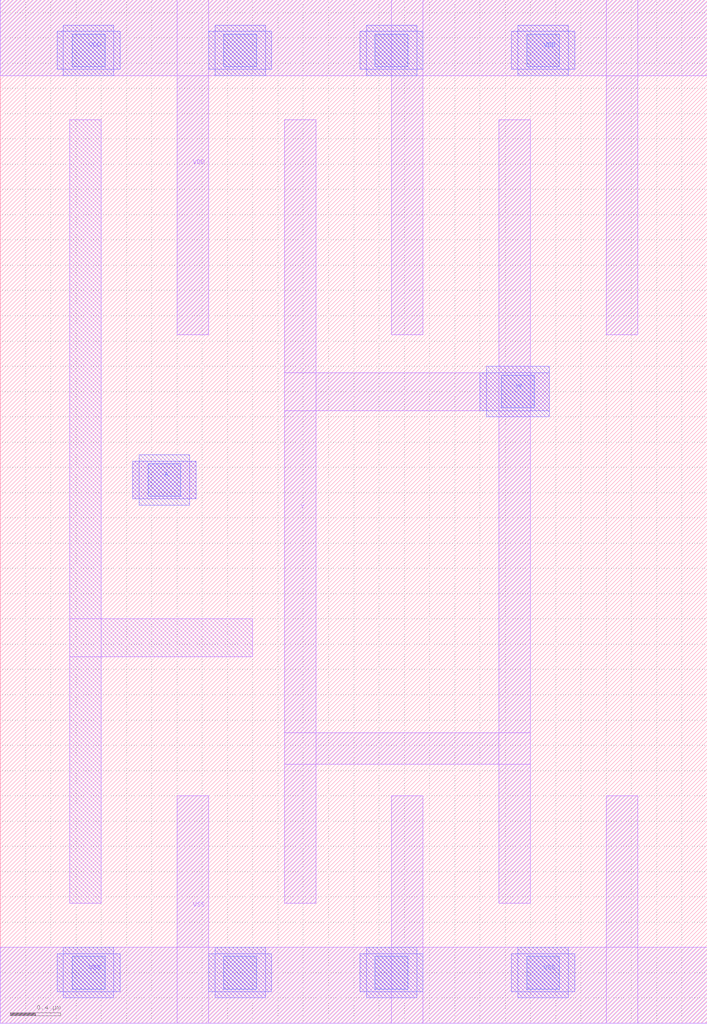
<source format=lef>
# Copyright 2022 Google LLC
# Licensed under the Apache License, Version 2.0 (the "License");
# you may not use this file except in compliance with the License.
# You may obtain a copy of the License at
#
#      http://www.apache.org/licenses/LICENSE-2.0
#
# Unless required by applicable law or agreed to in writing, software
# distributed under the License is distributed on an "AS IS" BASIS,
# WITHOUT WARRANTIES OR CONDITIONS OF ANY KIND, either express or implied.
# See the License for the specific language governing permissions and
# limitations under the License.
VERSION 5.7 ;
BUSBITCHARS "[]" ;
DIVIDERCHAR "/" ;

MACRO gf180mcu_osu_sc_12T_clkbuf_4
  CLASS CORE ;
  ORIGIN 0 0 ;
  FOREIGN gf180mcu_osu_sc_12T_clkbuf_4 0 0 ;
  SIZE 5.6 BY 8.1 ;
  SYMMETRY X Y ;
  SITE GF018hv5v_mcu_sc7 ;
  PIN A
    DIRECTION INPUT ;
    USE SIGNAL ;
    PORT
      LAYER MET1 ;
        RECT 1.05 4.15 1.55 4.45 ;
      LAYER MET2 ;
        RECT 1.05 4.15 1.55 4.45 ;
        RECT 1.1 4.1 1.5 4.5 ;
      LAYER VIA12 ;
        RECT 1.17 4.17 1.43 4.43 ;
    END
  END A
  PIN VDD
    DIRECTION INOUT ;
    USE POWER ;
    SHAPE ABUTMENT ;
    PORT
      LAYER MET1 ;
        RECT 0 7.5 5.6 8.1 ;
        RECT 4.8 5.45 5.05 8.1 ;
        RECT 3.1 5.45 3.35 8.1 ;
        RECT 1.4 5.45 1.65 8.1 ;
      LAYER MET2 ;
        RECT 4.05 7.55 4.55 7.85 ;
        RECT 4.1 7.5 4.5 7.9 ;
        RECT 2.85 7.55 3.35 7.85 ;
        RECT 2.9 7.5 3.3 7.9 ;
        RECT 1.65 7.55 2.15 7.85 ;
        RECT 1.7 7.5 2.1 7.9 ;
        RECT 0.45 7.55 0.95 7.85 ;
        RECT 0.5 7.5 0.9 7.9 ;
      LAYER VIA12 ;
        RECT 0.57 7.57 0.83 7.83 ;
        RECT 1.77 7.57 2.03 7.83 ;
        RECT 2.97 7.57 3.23 7.83 ;
        RECT 4.17 7.57 4.43 7.83 ;
    END
  END VDD
  PIN VSS
    DIRECTION INOUT ;
    USE GROUND ;
    PORT
      LAYER MET1 ;
        RECT 0 0 5.6 0.6 ;
        RECT 4.8 0 5.05 1.8 ;
        RECT 3.1 0 3.35 1.8 ;
        RECT 1.4 0 1.65 1.8 ;
      LAYER MET2 ;
        RECT 4.05 0.25 4.55 0.55 ;
        RECT 4.1 0.2 4.5 0.6 ;
        RECT 2.85 0.25 3.35 0.55 ;
        RECT 2.9 0.2 3.3 0.6 ;
        RECT 1.65 0.25 2.15 0.55 ;
        RECT 1.7 0.2 2.1 0.6 ;
        RECT 0.45 0.25 0.95 0.55 ;
        RECT 0.5 0.2 0.9 0.6 ;
      LAYER VIA12 ;
        RECT 0.57 0.27 0.83 0.53 ;
        RECT 1.77 0.27 2.03 0.53 ;
        RECT 2.97 0.27 3.23 0.53 ;
        RECT 4.17 0.27 4.43 0.53 ;
    END
  END VSS
  PIN Y
    DIRECTION OUTPUT ;
    USE SIGNAL ;
    PORT
      LAYER MET1 ;
        RECT 2.25 4.85 4.35 5.15 ;
        RECT 3.95 0.95 4.2 7.15 ;
        RECT 2.25 2.05 4.2 2.3 ;
        RECT 2.25 0.95 2.5 7.15 ;
      LAYER MET2 ;
        RECT 3.85 4.8 4.35 5.2 ;
        RECT 3.8 4.85 4.35 5.15 ;
      LAYER VIA12 ;
        RECT 3.97 4.87 4.23 5.13 ;
    END
  END Y
  OBS
    LAYER MET1 ;
      RECT 0.55 0.95 0.8 7.15 ;
      RECT 0.55 2.9 2 3.2 ;
  END
END gf180mcu_osu_sc_12T_clkbuf_4

</source>
